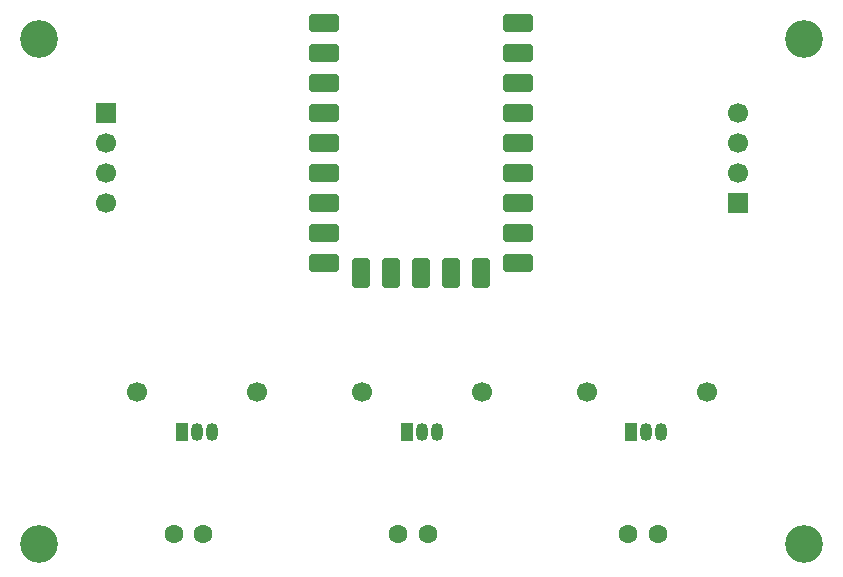
<source format=gbr>
%TF.GenerationSoftware,KiCad,Pcbnew,9.0.6*%
%TF.CreationDate,2025-12-26T19:16:25+05:30*%
%TF.ProjectId,HEpad,48457061-642e-46b6-9963-61645f706362,rev?*%
%TF.SameCoordinates,Original*%
%TF.FileFunction,Soldermask,Bot*%
%TF.FilePolarity,Negative*%
%FSLAX46Y46*%
G04 Gerber Fmt 4.6, Leading zero omitted, Abs format (unit mm)*
G04 Created by KiCad (PCBNEW 9.0.6) date 2025-12-26 19:16:25*
%MOMM*%
%LPD*%
G01*
G04 APERTURE LIST*
G04 Aperture macros list*
%AMRoundRect*
0 Rectangle with rounded corners*
0 $1 Rounding radius*
0 $2 $3 $4 $5 $6 $7 $8 $9 X,Y pos of 4 corners*
0 Add a 4 corners polygon primitive as box body*
4,1,4,$2,$3,$4,$5,$6,$7,$8,$9,$2,$3,0*
0 Add four circle primitives for the rounded corners*
1,1,$1+$1,$2,$3*
1,1,$1+$1,$4,$5*
1,1,$1+$1,$6,$7*
1,1,$1+$1,$8,$9*
0 Add four rect primitives between the rounded corners*
20,1,$1+$1,$2,$3,$4,$5,0*
20,1,$1+$1,$4,$5,$6,$7,0*
20,1,$1+$1,$6,$7,$8,$9,0*
20,1,$1+$1,$8,$9,$2,$3,0*%
G04 Aperture macros list end*
%ADD10C,3.200000*%
%ADD11R,1.050000X1.500000*%
%ADD12O,1.050000X1.500000*%
%ADD13C,1.700000*%
%ADD14RoundRect,0.400000X-0.900000X-0.400000X0.900000X-0.400000X0.900000X0.400000X-0.900000X0.400000X0*%
%ADD15RoundRect,0.400050X-0.899950X-0.400050X0.899950X-0.400050X0.899950X0.400050X-0.899950X0.400050X0*%
%ADD16RoundRect,0.400000X-0.400000X-0.900000X0.400000X-0.900000X0.400000X0.900000X-0.400000X0.900000X0*%
%ADD17RoundRect,0.393700X-0.393700X-0.906300X0.393700X-0.906300X0.393700X0.906300X-0.393700X0.906300X0*%
%ADD18C,1.600000*%
%ADD19R,1.700000X1.700000*%
G04 APERTURE END LIST*
D10*
%TO.C,REF\u002A\u002A*%
X109600000Y-78100000D03*
%TD*%
%TO.C,REF\u002A\u002A*%
X174400000Y-120900000D03*
%TD*%
D11*
%TO.C,U2*%
X140730000Y-111360000D03*
D12*
X142000000Y-111360000D03*
X143270000Y-111360000D03*
%TD*%
D10*
%TO.C,REF\u002A\u002A*%
X174400000Y-78100000D03*
%TD*%
D13*
%TO.C,SW1*%
X117920000Y-108000000D03*
X128080000Y-108000000D03*
%TD*%
D14*
%TO.C,RZ1*%
X150165000Y-76765000D03*
X150165000Y-79305000D03*
X150165000Y-81845000D03*
X150165000Y-84385000D03*
X150165000Y-86925000D03*
D15*
X150165000Y-89465000D03*
X150165000Y-92005000D03*
X150165000Y-94545000D03*
X150165000Y-97085000D03*
D16*
X147025000Y-97895000D03*
D17*
X144485000Y-97895000D03*
X141945000Y-97895000D03*
X139405000Y-97895000D03*
X136865000Y-97895000D03*
D15*
X133725000Y-97085000D03*
X133725000Y-94545000D03*
X133725000Y-92005000D03*
X133725000Y-89465000D03*
X133725000Y-86925000D03*
X133725000Y-84385000D03*
X133725000Y-81845000D03*
X133725000Y-76765000D03*
X133725000Y-79305000D03*
%TD*%
D18*
%TO.C,C2*%
X140000000Y-120000000D03*
X142500000Y-120000000D03*
%TD*%
D19*
%TO.C,D1*%
X115250000Y-84420000D03*
D13*
X115250000Y-86960000D03*
X115250000Y-89500000D03*
X115250000Y-92040000D03*
%TD*%
D11*
%TO.C,U3*%
X159710000Y-111360000D03*
D12*
X160980000Y-111360000D03*
X162250000Y-111360000D03*
%TD*%
D19*
%TO.C,D2*%
X168750000Y-92040000D03*
D13*
X168750000Y-89500000D03*
X168750000Y-86960000D03*
X168750000Y-84420000D03*
%TD*%
D18*
%TO.C,C3*%
X159500000Y-120000000D03*
X162000000Y-120000000D03*
%TD*%
D13*
%TO.C,SW2*%
X136920000Y-108000000D03*
X147080000Y-108000000D03*
%TD*%
D10*
%TO.C,REF\u002A\u002A*%
X109600000Y-120900000D03*
%TD*%
D13*
%TO.C,SW3*%
X155980000Y-108000000D03*
X166140000Y-108000000D03*
%TD*%
D18*
%TO.C,C1*%
X121000000Y-120000000D03*
X123500000Y-120000000D03*
%TD*%
D11*
%TO.C,U1*%
X121730000Y-111360000D03*
D12*
X123000000Y-111360000D03*
X124270000Y-111360000D03*
%TD*%
M02*

</source>
